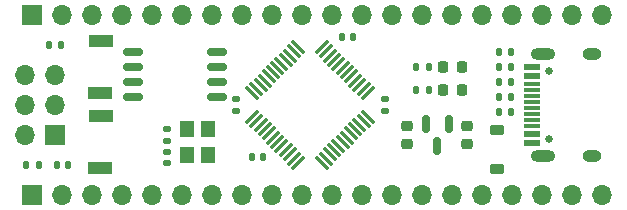
<source format=gbr>
G04 #@! TF.GenerationSoftware,KiCad,Pcbnew,9.0.0+dfsg-1*
G04 #@! TF.CreationDate,2025-03-10T08:37:08+08:00*
G04 #@! TF.ProjectId,gp,67702e6b-6963-4616-945f-706362585858,d*
G04 #@! TF.SameCoordinates,Original*
G04 #@! TF.FileFunction,Soldermask,Top*
G04 #@! TF.FilePolarity,Negative*
%FSLAX46Y46*%
G04 Gerber Fmt 4.6, Leading zero omitted, Abs format (unit mm)*
G04 Created by KiCad (PCBNEW 9.0.0+dfsg-1) date 2025-03-10 08:37:08*
%MOMM*%
%LPD*%
G01*
G04 APERTURE LIST*
G04 Aperture macros list*
%AMRoundRect*
0 Rectangle with rounded corners*
0 $1 Rounding radius*
0 $2 $3 $4 $5 $6 $7 $8 $9 X,Y pos of 4 corners*
0 Add a 4 corners polygon primitive as box body*
4,1,4,$2,$3,$4,$5,$6,$7,$8,$9,$2,$3,0*
0 Add four circle primitives for the rounded corners*
1,1,$1+$1,$2,$3*
1,1,$1+$1,$4,$5*
1,1,$1+$1,$6,$7*
1,1,$1+$1,$8,$9*
0 Add four rect primitives between the rounded corners*
20,1,$1+$1,$2,$3,$4,$5,0*
20,1,$1+$1,$4,$5,$6,$7,0*
20,1,$1+$1,$6,$7,$8,$9,0*
20,1,$1+$1,$8,$9,$2,$3,0*%
G04 Aperture macros list end*
%ADD10RoundRect,0.225000X0.250000X-0.225000X0.250000X0.225000X-0.250000X0.225000X-0.250000X-0.225000X0*%
%ADD11RoundRect,0.218750X-0.218750X-0.256250X0.218750X-0.256250X0.218750X0.256250X-0.218750X0.256250X0*%
%ADD12RoundRect,0.135000X-0.135000X-0.185000X0.135000X-0.185000X0.135000X0.185000X-0.135000X0.185000X0*%
%ADD13RoundRect,0.135000X0.135000X0.185000X-0.135000X0.185000X-0.135000X-0.185000X0.135000X-0.185000X0*%
%ADD14RoundRect,0.140000X-0.170000X0.140000X-0.170000X-0.140000X0.170000X-0.140000X0.170000X0.140000X0*%
%ADD15RoundRect,0.140000X0.170000X-0.140000X0.170000X0.140000X-0.170000X0.140000X-0.170000X-0.140000X0*%
%ADD16RoundRect,0.225000X-0.250000X0.225000X-0.250000X-0.225000X0.250000X-0.225000X0.250000X0.225000X0*%
%ADD17RoundRect,0.150000X-0.150000X0.587500X-0.150000X-0.587500X0.150000X-0.587500X0.150000X0.587500X0*%
%ADD18R,1.700000X1.700000*%
%ADD19O,1.700000X1.700000*%
%ADD20RoundRect,0.140000X0.140000X0.170000X-0.140000X0.170000X-0.140000X-0.170000X0.140000X-0.170000X0*%
%ADD21RoundRect,0.140000X-0.140000X-0.170000X0.140000X-0.170000X0.140000X0.170000X-0.140000X0.170000X0*%
%ADD22C,0.650000*%
%ADD23R,1.450000X0.600000*%
%ADD24R,1.450000X0.300000*%
%ADD25O,2.100000X1.000000*%
%ADD26O,1.600000X1.000000*%
%ADD27RoundRect,0.225000X0.375000X-0.225000X0.375000X0.225000X-0.375000X0.225000X-0.375000X-0.225000X0*%
%ADD28RoundRect,0.075000X-0.415425X-0.521491X0.521491X0.415425X0.415425X0.521491X-0.521491X-0.415425X0*%
%ADD29RoundRect,0.075000X0.415425X-0.521491X0.521491X-0.415425X-0.415425X0.521491X-0.521491X0.415425X0*%
%ADD30R,2.000000X1.050000*%
%ADD31RoundRect,0.162500X0.650000X0.162500X-0.650000X0.162500X-0.650000X-0.162500X0.650000X-0.162500X0*%
%ADD32R,1.200000X1.400000*%
G04 APERTURE END LIST*
D10*
G04 #@! TO.C,C1*
X190500000Y-104915000D03*
X190500000Y-103365000D03*
G04 #@! TD*
D11*
G04 #@! TO.C,D2*
X188442500Y-98425000D03*
X190017500Y-98425000D03*
G04 #@! TD*
D12*
G04 #@! TO.C,R1*
X153160000Y-106680000D03*
X154180000Y-106680000D03*
G04 #@! TD*
D13*
G04 #@! TO.C,R9*
X187200000Y-100330000D03*
X186180000Y-100330000D03*
G04 #@! TD*
D14*
G04 #@! TO.C,C8*
X165100000Y-103660000D03*
X165100000Y-104620000D03*
G04 #@! TD*
D15*
G04 #@! TO.C,C9*
X165100000Y-106525000D03*
X165100000Y-105565000D03*
G04 #@! TD*
D16*
G04 #@! TO.C,C3*
X185420000Y-103365000D03*
X185420000Y-104915000D03*
G04 #@! TD*
D11*
G04 #@! TO.C,D3*
X188442500Y-100330000D03*
X190017500Y-100330000D03*
G04 #@! TD*
D13*
G04 #@! TO.C,R7*
X194185000Y-102235000D03*
X193165000Y-102235000D03*
G04 #@! TD*
D17*
G04 #@! TO.C,U1*
X188910000Y-103202500D03*
X187010000Y-103202500D03*
X187960000Y-105077500D03*
G04 #@! TD*
D15*
G04 #@! TO.C,C7*
X170942000Y-102080000D03*
X170942000Y-101120000D03*
G04 #@! TD*
D13*
G04 #@! TO.C,R2*
X194185000Y-100965000D03*
X193165000Y-100965000D03*
G04 #@! TD*
G04 #@! TO.C,R4*
X194185000Y-98425000D03*
X193165000Y-98425000D03*
G04 #@! TD*
G04 #@! TO.C,R3*
X194185000Y-99695000D03*
X193165000Y-99695000D03*
G04 #@! TD*
G04 #@! TO.C,R8*
X187200000Y-98425000D03*
X186180000Y-98425000D03*
G04 #@! TD*
D15*
G04 #@! TO.C,C4*
X183515000Y-102080000D03*
X183515000Y-101120000D03*
G04 #@! TD*
D18*
G04 #@! TO.C,J2*
X155575000Y-104140000D03*
D19*
X153035000Y-104140000D03*
X155575000Y-101600000D03*
X153035000Y-101600000D03*
X155575000Y-99060000D03*
X153035000Y-99060000D03*
G04 #@! TD*
D20*
G04 #@! TO.C,C6*
X173200000Y-106045000D03*
X172240000Y-106045000D03*
G04 #@! TD*
D21*
G04 #@! TO.C,C2*
X155730000Y-106680000D03*
X156690000Y-106680000D03*
G04 #@! TD*
D22*
G04 #@! TO.C,J1*
X197425000Y-104490000D03*
X197425000Y-98710000D03*
D23*
X195980000Y-104850000D03*
X195980000Y-104050000D03*
D24*
X195980000Y-102850000D03*
X195980000Y-101850000D03*
X195980000Y-101350000D03*
X195980000Y-100350000D03*
D23*
X195980000Y-99150000D03*
X195980000Y-98350000D03*
X195980000Y-98350000D03*
X195980000Y-99150000D03*
D24*
X195980000Y-99850000D03*
X195980000Y-100850000D03*
X195980000Y-102350000D03*
X195980000Y-103350000D03*
D23*
X195980000Y-104050000D03*
X195980000Y-104850000D03*
D25*
X196895000Y-105920000D03*
D26*
X201075000Y-105920000D03*
D25*
X196895000Y-97280000D03*
D26*
X201075000Y-97280000D03*
G04 #@! TD*
D27*
G04 #@! TO.C,D1*
X193040000Y-107060000D03*
X193040000Y-103760000D03*
G04 #@! TD*
D28*
G04 #@! TO.C,U2*
X172277124Y-102598788D03*
X172630678Y-102952342D03*
X172984231Y-103305895D03*
X173337785Y-103659449D03*
X173691338Y-104013002D03*
X174044891Y-104366555D03*
X174398445Y-104720109D03*
X174751998Y-105073662D03*
X175105551Y-105427215D03*
X175459105Y-105780769D03*
X175812658Y-106134322D03*
X176166212Y-106487876D03*
D29*
X178163788Y-106487876D03*
X178517342Y-106134322D03*
X178870895Y-105780769D03*
X179224449Y-105427215D03*
X179578002Y-105073662D03*
X179931555Y-104720109D03*
X180285109Y-104366555D03*
X180638662Y-104013002D03*
X180992215Y-103659449D03*
X181345769Y-103305895D03*
X181699322Y-102952342D03*
X182052876Y-102598788D03*
D28*
X182052876Y-100601212D03*
X181699322Y-100247658D03*
X181345769Y-99894105D03*
X180992215Y-99540551D03*
X180638662Y-99186998D03*
X180285109Y-98833445D03*
X179931555Y-98479891D03*
X179578002Y-98126338D03*
X179224449Y-97772785D03*
X178870895Y-97419231D03*
X178517342Y-97065678D03*
X178163788Y-96712124D03*
D29*
X176166212Y-96712124D03*
X175812658Y-97065678D03*
X175459105Y-97419231D03*
X175105551Y-97772785D03*
X174751998Y-98126338D03*
X174398445Y-98479891D03*
X174044891Y-98833445D03*
X173691338Y-99186998D03*
X173337785Y-99540551D03*
X172984231Y-99894105D03*
X172630678Y-100247658D03*
X172277124Y-100601212D03*
G04 #@! TD*
D21*
G04 #@! TO.C,C5*
X179860000Y-95885000D03*
X180820000Y-95885000D03*
G04 #@! TD*
D13*
G04 #@! TO.C,R6*
X194185000Y-97155000D03*
X193165000Y-97155000D03*
G04 #@! TD*
D30*
G04 #@! TO.C,SW2*
X159435000Y-96225000D03*
X159385000Y-100625000D03*
G04 #@! TD*
G04 #@! TO.C,SW1*
X159435000Y-102575000D03*
X159385000Y-106975000D03*
G04 #@! TD*
D31*
G04 #@! TO.C,U3*
X169322500Y-100965000D03*
X169322500Y-99695000D03*
X169322500Y-98425000D03*
X169322500Y-97155000D03*
X162147500Y-97155000D03*
X162147500Y-98425000D03*
X162147500Y-99695000D03*
X162147500Y-100965000D03*
G04 #@! TD*
D13*
G04 #@! TO.C,R5*
X156085000Y-96520000D03*
X155065000Y-96520000D03*
G04 #@! TD*
D32*
G04 #@! TO.C,Y1*
X166790000Y-103675000D03*
X166790000Y-105875000D03*
X168490000Y-105875000D03*
X168490000Y-103675000D03*
G04 #@! TD*
D18*
G04 #@! TO.C,J4*
X153670000Y-93980000D03*
D19*
X156210000Y-93980000D03*
X158750000Y-93980000D03*
X161290000Y-93980000D03*
X163830000Y-93980000D03*
X166370000Y-93980000D03*
X168910000Y-93980000D03*
X171450000Y-93980000D03*
X173990000Y-93980000D03*
X176530000Y-93980000D03*
X179070000Y-93980000D03*
X181610000Y-93980000D03*
X184150000Y-93980000D03*
X186690000Y-93980000D03*
X189230000Y-93980000D03*
X191770000Y-93980000D03*
X194310000Y-93980000D03*
X196850000Y-93980000D03*
X199390000Y-93980000D03*
X201930000Y-93980000D03*
G04 #@! TD*
D18*
G04 #@! TO.C,J3*
X153670000Y-109220000D03*
D19*
X156210000Y-109220000D03*
X158750000Y-109220000D03*
X161290000Y-109220000D03*
X163830000Y-109220000D03*
X166370000Y-109220000D03*
X168910000Y-109220000D03*
X171450000Y-109220000D03*
X173990000Y-109220000D03*
X176530000Y-109220000D03*
X179070000Y-109220000D03*
X181610000Y-109220000D03*
X184150000Y-109220000D03*
X186690000Y-109220000D03*
X189230000Y-109220000D03*
X191770000Y-109220000D03*
X194310000Y-109220000D03*
X196850000Y-109220000D03*
X199390000Y-109220000D03*
X201930000Y-109220000D03*
G04 #@! TD*
M02*

</source>
